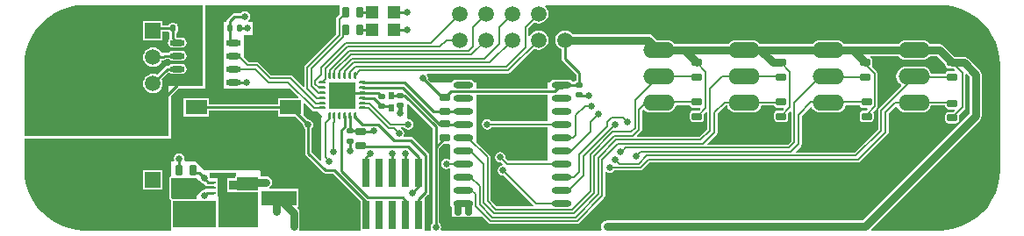
<source format=gtl>
G04 Layer_Physical_Order=1*
G04 Layer_Color=255*
%FSLAX23Y23*%
%MOIN*%
G70*
G01*
G75*
%ADD10R,0.083X0.065*%
%ADD11R,0.100X0.100*%
%ADD12O,0.010X0.030*%
%ADD13O,0.030X0.010*%
G04:AMPARAMS|DCode=14|XSize=22mil|YSize=24mil|CornerRadius=4mil|HoleSize=0mil|Usage=FLASHONLY|Rotation=90.000|XOffset=0mil|YOffset=0mil|HoleType=Round|Shape=RoundedRectangle|*
%AMROUNDEDRECTD14*
21,1,0.022,0.015,0,0,90.0*
21,1,0.013,0.024,0,0,90.0*
1,1,0.009,0.008,0.007*
1,1,0.009,0.008,-0.007*
1,1,0.009,-0.008,-0.007*
1,1,0.009,-0.008,0.007*
%
%ADD14ROUNDEDRECTD14*%
%ADD15R,0.024X0.031*%
G04:AMPARAMS|DCode=16|XSize=29mil|YSize=39mil|CornerRadius=6mil|HoleSize=0mil|Usage=FLASHONLY|Rotation=270.000|XOffset=0mil|YOffset=0mil|HoleType=Round|Shape=RoundedRectangle|*
%AMROUNDEDRECTD16*
21,1,0.029,0.028,0,0,270.0*
21,1,0.017,0.039,0,0,270.0*
1,1,0.012,-0.014,-0.009*
1,1,0.012,-0.014,0.009*
1,1,0.012,0.014,0.009*
1,1,0.012,0.014,-0.009*
%
%ADD16ROUNDEDRECTD16*%
%ADD17R,0.020X0.011*%
%ADD18R,0.035X0.063*%
G04:AMPARAMS|DCode=19|XSize=29mil|YSize=39mil|CornerRadius=6mil|HoleSize=0mil|Usage=FLASHONLY|Rotation=0.000|XOffset=0mil|YOffset=0mil|HoleType=Round|Shape=RoundedRectangle|*
%AMROUNDEDRECTD19*
21,1,0.029,0.028,0,0,0.0*
21,1,0.017,0.039,0,0,0.0*
1,1,0.012,0.009,-0.014*
1,1,0.012,-0.009,-0.014*
1,1,0.012,-0.009,0.014*
1,1,0.012,0.009,0.014*
%
%ADD19ROUNDEDRECTD19*%
%ADD20R,0.134X0.055*%
%ADD21R,0.067X0.043*%
G04:AMPARAMS|DCode=22|XSize=52mil|YSize=60mil|CornerRadius=13mil|HoleSize=0mil|Usage=FLASHONLY|Rotation=180.000|XOffset=0mil|YOffset=0mil|HoleType=Round|Shape=RoundedRectangle|*
%AMROUNDEDRECTD22*
21,1,0.052,0.034,0,0,180.0*
21,1,0.026,0.060,0,0,180.0*
1,1,0.026,-0.013,0.017*
1,1,0.026,0.013,0.017*
1,1,0.026,0.013,-0.017*
1,1,0.026,-0.013,-0.017*
%
%ADD22ROUNDEDRECTD22*%
%ADD23R,0.030X0.110*%
%ADD24R,0.083X0.055*%
%ADD25O,0.057X0.024*%
G04:AMPARAMS|DCode=26|XSize=22mil|YSize=24mil|CornerRadius=4mil|HoleSize=0mil|Usage=FLASHONLY|Rotation=0.000|XOffset=0mil|YOffset=0mil|HoleType=Round|Shape=RoundedRectangle|*
%AMROUNDEDRECTD26*
21,1,0.022,0.015,0,0,0.0*
21,1,0.013,0.024,0,0,0.0*
1,1,0.009,0.007,-0.008*
1,1,0.009,-0.007,-0.008*
1,1,0.009,-0.007,0.008*
1,1,0.009,0.007,0.008*
%
%ADD26ROUNDEDRECTD26*%
%ADD27O,0.075X0.024*%
%ADD28R,0.048X0.048*%
%ADD29C,0.030*%
%ADD30C,0.008*%
%ADD31C,0.010*%
%ADD32C,0.015*%
%ADD33C,0.025*%
%ADD34R,0.059X0.059*%
%ADD35C,0.059*%
%ADD36O,0.120X0.060*%
%ADD37C,0.197*%
%ADD38R,0.059X0.059*%
%ADD39C,0.025*%
%ADD40C,0.020*%
G36*
X250Y853D02*
X700D01*
Y640D01*
Y545D01*
X570D01*
Y355D01*
X22D01*
Y625D01*
X22Y626D01*
X24Y655D01*
X30Y684D01*
X39Y712D01*
X53Y739D01*
X69Y764D01*
X89Y786D01*
X111Y806D01*
X136Y822D01*
X163Y836D01*
X191Y845D01*
X220Y851D01*
X249Y853D01*
X250Y853D01*
D02*
G37*
G36*
X1115Y453D02*
X1119Y450D01*
X1123Y450D01*
X1123Y450D01*
X1135D01*
X1152Y432D01*
Y427D01*
X1150Y425D01*
Y264D01*
X1145Y262D01*
X1112Y295D01*
Y383D01*
X1114Y384D01*
X1118Y391D01*
X1120Y398D01*
X1118Y406D01*
X1114Y412D01*
X1108Y417D01*
X1100Y418D01*
X1098Y418D01*
X1082Y434D01*
Y480D01*
X1086Y482D01*
X1115Y453D01*
D02*
G37*
G36*
X3614Y579D02*
Y441D01*
X3208Y34D01*
X2235D01*
X2226Y33D01*
X2219Y28D01*
X2214Y21D01*
X2213Y12D01*
X2214Y3D01*
X2215Y2D01*
X2213Y-3D01*
X1605D01*
X1603Y2D01*
X1603Y2D01*
X1605Y10D01*
X1603Y18D01*
X1599Y24D01*
X1597Y25D01*
Y308D01*
X1615Y326D01*
X1634D01*
X1635Y327D01*
X1640Y323D01*
Y280D01*
Y269D01*
X1635Y267D01*
X1633Y268D01*
X1625Y270D01*
X1617Y268D01*
X1611Y264D01*
X1607Y258D01*
X1605Y250D01*
X1607Y242D01*
X1611Y236D01*
X1617Y232D01*
X1625Y230D01*
X1633Y232D01*
X1635Y233D01*
X1640Y231D01*
Y120D01*
Y90D01*
X1645Y85D01*
Y55D01*
Y50D01*
X1760D01*
X1778Y32D01*
X1778D01*
X1786Y24D01*
X1786Y24D01*
X1790Y22D01*
X1794Y21D01*
X1794Y21D01*
X2121D01*
X2121Y21D01*
X2125Y22D01*
X2129Y24D01*
X2224Y120D01*
X2224Y120D01*
X2227Y124D01*
X2228Y128D01*
X2228Y128D01*
Y219D01*
X2231Y220D01*
X2233Y221D01*
X2239Y217D01*
X2246Y215D01*
X2254Y217D01*
X2261Y221D01*
X2262Y224D01*
X2361D01*
X2361Y224D01*
X2366Y225D01*
X2369Y227D01*
X2397Y255D01*
X3189D01*
X3189Y255D01*
X3194Y255D01*
X3197Y258D01*
X3301Y362D01*
X3301Y362D01*
X3304Y365D01*
X3305Y370D01*
X3305Y370D01*
Y442D01*
X3332Y468D01*
X3337Y467D01*
X3339Y463D01*
X3345Y455D01*
X3353Y449D01*
X3362Y446D01*
X3371Y444D01*
X3431D01*
X3441Y446D01*
X3450Y449D01*
X3458Y455D01*
X3464Y463D01*
X3467Y471D01*
X3520D01*
Y470D01*
X3521Y465D01*
X3523Y461D01*
X3528Y458D01*
X3533Y457D01*
X3555D01*
X3557Y452D01*
X3552Y447D01*
X3533D01*
X3528Y446D01*
X3523Y443D01*
X3521Y439D01*
X3520Y434D01*
Y416D01*
X3521Y411D01*
X3523Y407D01*
X3528Y404D01*
X3533Y403D01*
X3560D01*
X3565Y404D01*
X3570Y407D01*
X3572Y411D01*
X3573Y416D01*
Y434D01*
X3573Y436D01*
X3593Y456D01*
X3593Y456D01*
X3596Y460D01*
X3597Y464D01*
X3597Y464D01*
Y589D01*
X3602Y592D01*
X3614Y579D01*
D02*
G37*
G36*
X1573Y386D02*
Y313D01*
Y25D01*
X1571Y24D01*
X1567Y18D01*
X1565Y10D01*
X1567Y2D01*
X1567Y2D01*
X1565Y-3D01*
X1542D01*
Y117D01*
X1542Y117D01*
X1542D01*
X1544Y121D01*
X1555Y133D01*
X1558Y137D01*
X1559Y142D01*
Y283D01*
X1558Y288D01*
X1555Y292D01*
X1499Y349D01*
X1495Y351D01*
X1490Y352D01*
X1465D01*
X1463Y357D01*
X1463Y357D01*
X1465Y365D01*
X1463Y373D01*
X1459Y379D01*
X1453Y383D01*
X1451Y384D01*
X1451Y389D01*
X1464D01*
X1466Y386D01*
X1472Y382D01*
X1480Y380D01*
X1488Y382D01*
X1494Y386D01*
X1498Y392D01*
X1500Y400D01*
X1498Y408D01*
X1494Y414D01*
X1488Y418D01*
X1480Y420D01*
X1480Y420D01*
X1475Y424D01*
Y477D01*
X1480Y479D01*
X1573Y386D01*
D02*
G37*
G36*
X825Y205D02*
X825Y205D01*
X823Y203D01*
X823Y200D01*
Y195D01*
X792D01*
Y143D01*
X829D01*
X829Y143D01*
X909D01*
Y110D01*
X910D01*
Y10D01*
X760D01*
Y125D01*
X755D01*
Y185D01*
Y194D01*
X725D01*
Y215D01*
X825D01*
Y205D01*
D02*
G37*
G36*
X750Y10D02*
X585D01*
Y110D01*
X750D01*
Y10D01*
D02*
G37*
G36*
X680Y191D02*
Y190D01*
X685Y185D01*
X691Y181D01*
X691Y181D01*
X697Y177D01*
X698Y177D01*
X712Y167D01*
X717Y165D01*
X741Y165D01*
X746Y161D01*
Y159D01*
X741Y155D01*
X712Y155D01*
X691Y146D01*
X675Y130D01*
X675Y117D01*
X585D01*
X580Y121D01*
Y195D01*
X676Y195D01*
X680Y191D01*
D02*
G37*
G36*
X910Y180D02*
X909D01*
Y150D01*
X829D01*
Y153D01*
X800D01*
Y187D01*
X829D01*
Y190D01*
X830D01*
Y200D01*
X910D01*
Y180D01*
D02*
G37*
G36*
X2010Y411D02*
X1796D01*
X1794Y414D01*
X1788Y418D01*
X1780Y420D01*
X1772Y418D01*
X1766Y414D01*
X1762Y408D01*
X1760Y400D01*
X1762Y392D01*
X1766Y386D01*
X1772Y382D01*
X1780Y380D01*
X1788Y382D01*
X1794Y386D01*
X1796Y389D01*
X2010D01*
Y261D01*
X1860D01*
X1849Y272D01*
X1850Y275D01*
X1848Y283D01*
X1844Y289D01*
X1838Y293D01*
X1830Y295D01*
X1822Y293D01*
X1816Y289D01*
X1812Y283D01*
X1810Y275D01*
X1812Y267D01*
X1816Y261D01*
X1822Y257D01*
X1830Y255D01*
X1833Y256D01*
X1839Y250D01*
X1838Y244D01*
X1832Y243D01*
X1826Y239D01*
X1822Y233D01*
X1820Y225D01*
X1822Y217D01*
X1826Y211D01*
X1832Y207D01*
X1840Y205D01*
X1843Y206D01*
X1956Y93D01*
X1954Y88D01*
X1817D01*
X1793Y113D01*
Y274D01*
X1793Y274D01*
X1792Y278D01*
X1789Y282D01*
X1740Y331D01*
Y513D01*
X2010D01*
Y411D01*
D02*
G37*
G36*
X3530Y851D02*
X3559Y845D01*
X3587Y836D01*
X3614Y822D01*
X3639Y806D01*
X3661Y786D01*
X3681Y764D01*
X3697Y739D01*
X3711Y712D01*
X3720Y684D01*
X3726Y655D01*
X3728Y626D01*
X3728Y625D01*
Y225D01*
X3728Y224D01*
X3726Y195D01*
X3720Y166D01*
X3711Y138D01*
X3697Y111D01*
X3681Y86D01*
X3661Y64D01*
X3639Y44D01*
X3614Y28D01*
X3587Y14D01*
X3559Y5D01*
X3530Y-1D01*
X3501Y-3D01*
X3500Y-3D01*
X3240D01*
X3239Y2D01*
X3652Y416D01*
X3657Y423D01*
X3659Y431D01*
Y589D01*
X3657Y597D01*
X3652Y604D01*
X3607Y649D01*
X3600Y654D01*
X3591Y656D01*
X3556D01*
X3514Y698D01*
X3507Y702D01*
X3498Y704D01*
X3461D01*
X3458Y708D01*
X3450Y714D01*
X3441Y718D01*
X3431Y719D01*
X3371D01*
X3362Y718D01*
X3353Y714D01*
X3345Y708D01*
X3342Y704D01*
X3136D01*
X3133Y708D01*
X3125Y714D01*
X3116Y718D01*
X3106Y719D01*
X3046D01*
X3037Y718D01*
X3028Y714D01*
X3020Y708D01*
X3017Y704D01*
X2816D01*
X2813Y708D01*
X2805Y714D01*
X2796Y718D01*
X2786Y719D01*
X2726D01*
X2717Y718D01*
X2708Y714D01*
X2700Y708D01*
X2697Y704D01*
X2491D01*
X2488Y708D01*
X2480Y714D01*
X2471Y718D01*
X2461Y719D01*
X2426D01*
X2409Y736D01*
X2402Y741D01*
X2393Y742D01*
X2104D01*
X2101Y746D01*
X2093Y752D01*
X2085Y756D01*
X2075Y757D01*
X2065Y756D01*
X2057Y752D01*
X2049Y746D01*
X2043Y738D01*
X2039Y730D01*
X2038Y720D01*
X2039Y710D01*
X2043Y702D01*
X2049Y694D01*
X2057Y688D01*
X2063Y686D01*
Y650D01*
X2064Y645D01*
X2066Y641D01*
X2118Y590D01*
Y566D01*
X2114Y564D01*
X2112Y561D01*
X2103D01*
X2101Y564D01*
X2095Y568D01*
X2088Y569D01*
X2036D01*
X2029Y568D01*
X2023Y564D01*
X2020Y560D01*
X2010D01*
Y537D01*
X1740D01*
Y560D01*
X1730D01*
X1727Y564D01*
X1721Y568D01*
X1714Y569D01*
X1662D01*
X1655Y568D01*
X1649Y564D01*
X1646Y560D01*
X1567D01*
X1554Y573D01*
X1555Y575D01*
X1553Y583D01*
X1550Y588D01*
X1551Y593D01*
X1859D01*
X1859Y593D01*
X1864Y594D01*
X1867Y597D01*
X1958Y687D01*
X1965Y684D01*
X1975Y683D01*
X1985Y684D01*
X1993Y688D01*
X2001Y694D01*
X2007Y702D01*
X2011Y710D01*
X2012Y720D01*
X2011Y730D01*
X2007Y738D01*
X2001Y746D01*
X1993Y752D01*
X1985Y756D01*
X1975Y757D01*
X1965Y756D01*
X1957Y752D01*
X1949Y746D01*
X1943Y738D01*
X1941Y734D01*
X1936Y735D01*
Y765D01*
X1958Y787D01*
X1965Y784D01*
X1975Y783D01*
X1985Y784D01*
X1993Y788D01*
X2001Y794D01*
X2007Y802D01*
X2011Y810D01*
X2012Y820D01*
X2011Y830D01*
X2007Y838D01*
X2001Y846D01*
X1999Y848D01*
X2001Y853D01*
X3500D01*
X3501Y853D01*
X3530Y851D01*
D02*
G37*
G36*
X3520Y629D02*
Y625D01*
X3521Y620D01*
X3523Y616D01*
X3528Y613D01*
X3533Y612D01*
X3543D01*
X3546Y611D01*
X3553D01*
X3557Y607D01*
X3555Y602D01*
X3533D01*
X3528Y601D01*
X3523Y598D01*
X3521Y594D01*
X3520Y591D01*
X3468D01*
X3468Y591D01*
X3464Y600D01*
X3458Y608D01*
X3450Y614D01*
X3441Y618D01*
X3431Y619D01*
X3371D01*
X3362Y618D01*
X3353Y614D01*
X3345Y608D01*
X3339Y600D01*
X3335Y591D01*
X3334Y582D01*
X3335Y572D01*
X3339Y563D01*
X3345Y555D01*
X3351Y551D01*
X3352Y545D01*
X3269Y461D01*
X3266Y458D01*
X3265Y453D01*
X3265Y453D01*
Y381D01*
X3176Y292D01*
X2953D01*
X2951Y297D01*
X2971Y317D01*
X2971Y317D01*
X2974Y320D01*
X2975Y325D01*
X2975Y325D01*
Y432D01*
X3008Y466D01*
X3013Y465D01*
X3014Y463D01*
X3020Y455D01*
X3028Y449D01*
X3037Y446D01*
X3046Y444D01*
X3106D01*
X3116Y446D01*
X3125Y449D01*
X3133Y455D01*
X3139Y463D01*
X3143Y472D01*
X3143Y472D01*
X3195D01*
X3196Y470D01*
X3198Y466D01*
X3203Y463D01*
X3208Y462D01*
X3224D01*
X3226Y457D01*
X3220Y452D01*
X3208D01*
X3203Y451D01*
X3198Y448D01*
X3196Y444D01*
X3195Y439D01*
Y421D01*
X3196Y416D01*
X3198Y412D01*
X3203Y409D01*
X3208Y408D01*
X3235D01*
X3240Y409D01*
X3245Y412D01*
X3247Y416D01*
X3248Y421D01*
Y439D01*
X3247Y444D01*
X3246Y446D01*
X3260Y460D01*
X3260Y460D01*
X3262Y464D01*
X3263Y468D01*
X3263Y468D01*
Y592D01*
X3263Y592D01*
X3262Y597D01*
X3260Y600D01*
X3242Y619D01*
X3242Y620D01*
X3243Y625D01*
Y642D01*
X3242Y647D01*
X3240Y652D01*
X3235Y654D01*
X3236Y659D01*
X3342D01*
X3345Y655D01*
X3353Y649D01*
X3362Y646D01*
X3371Y644D01*
X3431D01*
X3441Y646D01*
X3450Y649D01*
X3458Y655D01*
X3461Y659D01*
X3489D01*
X3520Y629D01*
D02*
G37*
G36*
X1220Y818D02*
X1210Y807D01*
X1207Y804D01*
X1206Y799D01*
X1206Y799D01*
Y742D01*
X1090Y625D01*
X1087Y622D01*
X1086Y617D01*
X1086Y617D01*
Y544D01*
X1082Y542D01*
X1041Y583D01*
X1037Y585D01*
X1033Y586D01*
X1033Y586D01*
X960D01*
X913Y633D01*
X909Y635D01*
X905Y636D01*
X905Y636D01*
X875D01*
X855Y656D01*
Y665D01*
Y740D01*
X890D01*
Y790D01*
X874D01*
X873Y795D01*
X874Y796D01*
X878Y802D01*
X880Y810D01*
X878Y818D01*
X874Y824D01*
X868Y828D01*
X860Y830D01*
X852Y828D01*
X846Y824D01*
X845Y822D01*
X820D01*
X815Y821D01*
X811Y819D01*
X793Y800D01*
X790Y796D01*
X789Y791D01*
Y790D01*
X780D01*
Y535D01*
X1033Y535D01*
X1064Y504D01*
X1062Y500D01*
X985D01*
Y477D01*
X723D01*
Y500D01*
X627D01*
Y430D01*
X723D01*
Y453D01*
X985D01*
Y430D01*
X1051D01*
X1081Y400D01*
X1080Y398D01*
X1082Y391D01*
X1086Y384D01*
X1088Y383D01*
Y290D01*
X1089Y285D01*
X1091Y281D01*
X1156Y216D01*
X1160Y214D01*
X1165Y213D01*
X1194D01*
X1298Y108D01*
Y-3D01*
X1067D01*
X1065Y2D01*
X1066Y3D01*
X1067Y12D01*
Y63D01*
X1066Y71D01*
X1061Y78D01*
X1059Y81D01*
X1060Y85D01*
X1062D01*
Y155D01*
X952D01*
X952Y155D01*
X953Y162D01*
X956Y164D01*
X961Y171D01*
X962Y180D01*
X961Y189D01*
X956Y196D01*
X949Y201D01*
X940Y202D01*
X920D01*
Y220D01*
X915Y225D01*
X810D01*
X705Y225D01*
X670Y260D01*
X632Y260D01*
X629Y265D01*
X630Y270D01*
X628Y278D01*
X624Y284D01*
X618Y288D01*
X610Y290D01*
X602Y288D01*
X596Y284D01*
X592Y278D01*
X590Y270D01*
X591Y265D01*
X588Y260D01*
X580D01*
Y202D01*
X577Y202D01*
X575Y200D01*
X573Y198D01*
X573Y195D01*
Y121D01*
X573Y120D01*
X573Y119D01*
X573Y119D01*
X573Y118D01*
X574Y117D01*
X574Y117D01*
X575Y116D01*
X575Y116D01*
X575Y115D01*
X576Y115D01*
X579Y113D01*
X578Y113D01*
X578Y110D01*
Y10D01*
X578Y7D01*
X580Y5D01*
X580Y5D01*
Y-3D01*
X250D01*
X249Y-3D01*
X220Y-1D01*
X191Y5D01*
X163Y14D01*
X136Y28D01*
X111Y44D01*
X89Y64D01*
X69Y86D01*
X53Y111D01*
X39Y138D01*
X30Y166D01*
X24Y195D01*
X22Y224D01*
X22Y225D01*
Y345D01*
X580D01*
Y508D01*
X607Y535D01*
X710Y535D01*
Y853D01*
X1220D01*
Y818D01*
D02*
G37*
G36*
X2551Y470D02*
X2553Y466D01*
X2558Y463D01*
X2563Y462D01*
X2588D01*
X2590Y457D01*
X2585Y452D01*
X2563D01*
X2558Y451D01*
X2553Y448D01*
X2551Y444D01*
X2550Y439D01*
Y421D01*
X2551Y416D01*
X2553Y412D01*
X2558Y409D01*
X2563Y408D01*
X2590D01*
X2595Y409D01*
X2600Y412D01*
X2602Y416D01*
X2603Y421D01*
Y439D01*
X2603Y439D01*
X2611Y446D01*
X2615Y444D01*
Y381D01*
X2586Y352D01*
X2352D01*
X2350Y357D01*
X2364Y371D01*
X2364Y371D01*
X2367Y374D01*
X2368Y379D01*
X2368Y379D01*
Y450D01*
X2373Y456D01*
X2375Y455D01*
X2383Y449D01*
X2392Y446D01*
X2401Y444D01*
X2461D01*
X2471Y446D01*
X2480Y449D01*
X2488Y455D01*
X2494Y463D01*
X2498Y472D01*
X2498Y472D01*
X2550D01*
X2551Y470D01*
D02*
G37*
G36*
X2871D02*
X2873Y466D01*
X2878Y463D01*
X2883Y462D01*
X2905D01*
X2907Y457D01*
X2902Y452D01*
X2883D01*
X2878Y451D01*
X2873Y448D01*
X2871Y444D01*
X2870Y439D01*
Y421D01*
X2871Y416D01*
X2873Y412D01*
X2878Y409D01*
X2883Y408D01*
X2910D01*
X2915Y409D01*
X2920Y412D01*
X2922Y416D01*
X2923Y421D01*
Y439D01*
X2923Y441D01*
X2931Y448D01*
X2935Y446D01*
Y336D01*
X2921Y322D01*
X2618D01*
X2616Y327D01*
X2651Y362D01*
X2651Y362D01*
X2654Y365D01*
X2655Y370D01*
X2655Y370D01*
Y439D01*
X2686Y471D01*
X2691D01*
X2694Y463D01*
X2700Y455D01*
X2708Y449D01*
X2717Y446D01*
X2726Y444D01*
X2786D01*
X2796Y446D01*
X2805Y449D01*
X2813Y455D01*
X2819Y463D01*
X2822Y471D01*
X2870D01*
X2871Y470D01*
D02*
G37*
%LPC*%
G36*
X547Y792D02*
X473D01*
Y718D01*
X547D01*
Y753D01*
X569D01*
X571Y749D01*
X574Y747D01*
Y726D01*
X574Y725D01*
X572Y724D01*
X568Y717D01*
X567Y710D01*
X568Y703D01*
X572Y696D01*
X579Y692D01*
X586Y691D01*
X619D01*
X627Y692D01*
X633Y696D01*
X637Y703D01*
X639Y710D01*
X637Y717D01*
X633Y724D01*
X627Y728D01*
X619Y729D01*
X601D01*
X599Y731D01*
Y747D01*
X601Y749D01*
X604Y753D01*
X605Y757D01*
Y773D01*
X604Y777D01*
X601Y781D01*
X597Y783D01*
X593Y784D01*
X580D01*
X575Y783D01*
X571Y781D01*
X569Y777D01*
X547D01*
Y792D01*
D02*
G37*
G36*
X619Y629D02*
X586D01*
X579Y628D01*
X572Y624D01*
X572Y622D01*
X565D01*
X560Y621D01*
X556Y619D01*
X526Y588D01*
X520Y591D01*
X510Y592D01*
X500Y591D01*
X492Y587D01*
X484Y581D01*
X478Y573D01*
X474Y565D01*
X473Y555D01*
X474Y545D01*
X478Y537D01*
X484Y529D01*
X492Y523D01*
X500Y519D01*
X510Y518D01*
X520Y519D01*
X528Y523D01*
X536Y529D01*
X542Y537D01*
X546Y545D01*
X547Y555D01*
X546Y565D01*
X543Y571D01*
X567Y595D01*
X572Y596D01*
X579Y592D01*
X586Y591D01*
X619D01*
X627Y592D01*
X633Y596D01*
X637Y603D01*
X639Y610D01*
X637Y617D01*
X633Y624D01*
X627Y628D01*
X619Y629D01*
D02*
G37*
G36*
X510Y692D02*
X500Y691D01*
X492Y687D01*
X484Y681D01*
X478Y673D01*
X474Y665D01*
X473Y655D01*
X474Y645D01*
X478Y637D01*
X484Y629D01*
X492Y623D01*
X500Y619D01*
X510Y618D01*
X520Y619D01*
X528Y623D01*
X536Y629D01*
X542Y637D01*
X544Y643D01*
X550D01*
X555Y644D01*
X559Y646D01*
X560Y648D01*
X572D01*
X572Y646D01*
X579Y642D01*
X586Y641D01*
X619D01*
X627Y642D01*
X633Y646D01*
X637Y653D01*
X639Y660D01*
X637Y667D01*
X633Y674D01*
X627Y678D01*
X619Y679D01*
X586D01*
X579Y678D01*
X572Y674D01*
X572Y672D01*
X555D01*
X550Y671D01*
X549Y670D01*
X543Y671D01*
X543Y672D01*
X542Y673D01*
X536Y681D01*
X528Y687D01*
X520Y691D01*
X510Y692D01*
D02*
G37*
G36*
X547Y227D02*
X473D01*
Y153D01*
X547D01*
Y227D01*
D02*
G37*
%LPD*%
D10*
X630Y70D02*
D03*
Y150D02*
D03*
D11*
X1230Y510D02*
D03*
D12*
X1279Y433D02*
D03*
X1260D02*
D03*
X1240D02*
D03*
X1220D02*
D03*
X1200D02*
D03*
X1181D02*
D03*
X1181Y587D02*
D03*
X1200D02*
D03*
X1220D02*
D03*
X1240D02*
D03*
X1260D02*
D03*
X1279D02*
D03*
D13*
X1153Y461D02*
D03*
Y480D02*
D03*
Y500D02*
D03*
Y520D02*
D03*
Y540D02*
D03*
Y559D02*
D03*
X1307Y559D02*
D03*
Y540D02*
D03*
Y520D02*
D03*
Y500D02*
D03*
Y480D02*
D03*
Y461D02*
D03*
D14*
X1380Y468D02*
D03*
Y505D02*
D03*
X1450Y509D02*
D03*
Y471D02*
D03*
X1260Y374D02*
D03*
Y336D02*
D03*
X2130Y549D02*
D03*
Y511D02*
D03*
D15*
X1415Y461D02*
D03*
Y509D02*
D03*
D16*
X1300Y372D02*
D03*
Y318D02*
D03*
X1620Y502D02*
D03*
Y448D02*
D03*
X2576Y430D02*
D03*
Y484D02*
D03*
X2896Y430D02*
D03*
Y484D02*
D03*
X2896Y634D02*
D03*
Y580D02*
D03*
X3546Y425D02*
D03*
Y479D02*
D03*
X3221Y430D02*
D03*
Y484D02*
D03*
X1620Y348D02*
D03*
Y402D02*
D03*
X2576Y634D02*
D03*
Y580D02*
D03*
X3216Y634D02*
D03*
Y580D02*
D03*
X3546Y634D02*
D03*
Y580D02*
D03*
D17*
X812Y140D02*
D03*
Y160D02*
D03*
Y180D02*
D03*
Y200D02*
D03*
X738D02*
D03*
Y180D02*
D03*
Y160D02*
D03*
Y140D02*
D03*
D18*
X775Y170D02*
D03*
D19*
X608Y225D02*
D03*
X662D02*
D03*
X1243Y760D02*
D03*
X1297D02*
D03*
X1243Y825D02*
D03*
X1297D02*
D03*
D20*
X1192Y120D02*
D03*
X988D02*
D03*
D21*
X870Y73D02*
D03*
Y177D02*
D03*
D22*
X722Y80D02*
D03*
X797D02*
D03*
D23*
X1320Y55D02*
D03*
Y215D02*
D03*
X1370Y55D02*
D03*
Y215D02*
D03*
X1420Y55D02*
D03*
Y215D02*
D03*
X1470Y55D02*
D03*
Y215D02*
D03*
X1520Y55D02*
D03*
Y215D02*
D03*
D24*
X1033Y465D02*
D03*
Y288D02*
D03*
X675D02*
D03*
Y465D02*
D03*
D25*
X817Y560D02*
D03*
Y610D02*
D03*
Y660D02*
D03*
Y710D02*
D03*
X603Y560D02*
D03*
Y610D02*
D03*
Y660D02*
D03*
Y710D02*
D03*
D26*
X586Y765D02*
D03*
X624D02*
D03*
X801D02*
D03*
X839D02*
D03*
D27*
X2062Y100D02*
D03*
Y150D02*
D03*
Y200D02*
D03*
Y250D02*
D03*
Y300D02*
D03*
Y350D02*
D03*
Y400D02*
D03*
Y450D02*
D03*
Y500D02*
D03*
Y550D02*
D03*
X1688Y100D02*
D03*
Y150D02*
D03*
Y200D02*
D03*
Y250D02*
D03*
Y300D02*
D03*
Y350D02*
D03*
Y400D02*
D03*
Y450D02*
D03*
Y500D02*
D03*
Y550D02*
D03*
D28*
X1344Y760D02*
D03*
X1427D02*
D03*
X1344Y825D02*
D03*
X1427D02*
D03*
D29*
X1150Y120D02*
Y170D01*
X3498Y682D02*
X3546Y634D01*
X2528Y682D02*
X2576Y634D01*
X3168Y682D02*
X3216Y634D01*
X3401Y682D02*
X3498D01*
X2816D02*
X2865Y634D01*
X2896D01*
X2431Y682D02*
X2528D01*
X2756D01*
X2816D01*
X3076D01*
X3168D01*
X3401D01*
X980Y70D02*
Y112D01*
X988Y120D01*
X1045Y12D02*
Y63D01*
X988Y120D02*
X1045Y63D01*
X1190Y120D02*
Y170D01*
X873Y180D02*
X940D01*
X870Y177D02*
X873Y180D01*
X2393Y720D02*
X2431Y682D01*
X2075Y720D02*
X2393D01*
X3217Y12D02*
X3636Y431D01*
X2235Y12D02*
X3217D01*
X3546Y634D02*
X3591D01*
X3636Y589D01*
Y431D02*
Y589D01*
D30*
X2171Y410D02*
X2201Y440D01*
X2341Y492D02*
X2431Y582D01*
X2575D01*
X2576Y580D01*
X2433Y484D02*
X2576D01*
X2431Y482D02*
X2433Y484D01*
X2671Y582D02*
X2756D01*
X2626Y537D02*
X2671Y582D01*
X2626Y377D02*
Y537D01*
X2643Y370D02*
Y444D01*
X2681Y482D01*
X2756D01*
X2895D01*
X2896Y484D01*
X2756Y582D02*
X2895D01*
X2896Y580D01*
X3076Y582D02*
X3078Y580D01*
X3216D01*
X3046Y582D02*
X3076D01*
X2946Y482D02*
X3046Y582D01*
X2946Y332D02*
Y482D01*
X3010Y484D02*
X3221D01*
X2963Y437D02*
X3010Y484D01*
X2963Y325D02*
Y437D01*
X3403Y580D02*
X3546D01*
X3276Y377D02*
Y453D01*
X3403Y580D01*
X3329Y482D02*
X3401D01*
X3293Y446D02*
X3329Y482D01*
X3293Y370D02*
Y446D01*
X2576Y430D02*
X2579D01*
X2610Y462D01*
Y600D01*
X2576Y634D02*
X2610Y600D01*
X2896Y430D02*
X2930Y464D01*
Y600D01*
X2896Y634D02*
X2930Y600D01*
X3221Y430D02*
Y437D01*
X3252Y468D01*
Y592D01*
X3216Y628D02*
X3252Y592D01*
X3216Y628D02*
Y634D01*
X3546Y425D02*
X3585Y464D01*
Y595D01*
X3546Y634D02*
X3585Y595D01*
X3401Y482D02*
X3543D01*
X3546Y479D01*
X1153Y559D02*
X1165Y571D01*
X2590Y341D02*
X2626Y377D01*
X2599Y326D02*
X2643Y370D01*
X2925Y311D02*
X2946Y332D01*
X2306Y311D02*
X2925D01*
X3189Y266D02*
X3293Y370D01*
X3180Y281D02*
X3276Y377D01*
X2934Y296D02*
X2963Y325D01*
X2327Y371D02*
X2341Y385D01*
Y492D01*
X2333Y356D02*
X2356Y379D01*
Y455D01*
X2383Y482D01*
X2431D01*
X2291Y295D02*
X2306Y311D01*
X2296Y425D02*
X2311Y410D01*
X2286Y295D02*
X2291D01*
X2362Y296D02*
X2934D01*
X2346Y280D02*
X2362Y296D01*
X2266Y265D02*
X2281Y250D01*
X2246Y235D02*
X2361D01*
X2392Y266D01*
X3189D01*
X2281Y250D02*
X2355D01*
X2386Y281D01*
X3180D01*
X1840Y225D02*
X1965Y100D01*
X2062D01*
Y350D02*
X2105D01*
X2115Y360D01*
X2151Y470D02*
X2176D01*
X2216Y267D02*
X2275Y326D01*
X2599D01*
X2201Y273D02*
X2269Y341D01*
X2590D01*
X2186Y279D02*
X2263Y356D01*
X2333D01*
X2171Y286D02*
X2257Y371D01*
X2327D01*
X2085Y145D02*
Y147D01*
X2236Y393D02*
Y410D01*
X2251Y425D01*
X2296D01*
X1830Y275D02*
X1855Y250D01*
X2062D01*
X1780Y400D02*
X2062D01*
X1688Y150D02*
X1720D01*
X1688Y200D02*
X1715D01*
X1781Y109D02*
Y274D01*
X1766Y102D02*
Y249D01*
X1715Y300D02*
X1766Y249D01*
X1751Y96D02*
Y164D01*
X1715Y200D02*
X1751Y164D01*
X1736Y90D02*
Y90D01*
X1736Y91D01*
Y134D01*
X1720Y150D02*
X1736Y134D01*
X1705Y350D02*
X1781Y274D01*
X1725Y770D02*
X1775Y820D01*
X1725Y695D02*
Y770D01*
X1825Y705D02*
Y770D01*
X1875Y820D01*
X1925Y770D02*
X1975Y820D01*
X1625Y720D02*
X1675D01*
X1625Y250D02*
X1688D01*
X1307Y461D02*
X1329D01*
X1405Y385D01*
X1307Y480D02*
X1331D01*
X1411Y400D01*
X1123Y461D02*
X1153D01*
X1141Y540D02*
X1153D01*
X1138Y520D02*
X1153D01*
X1128Y480D02*
X1153D01*
X1218Y799D02*
X1243Y825D01*
X1218Y738D02*
Y799D01*
X1233Y731D02*
Y749D01*
X1243Y760D01*
X1127Y553D02*
X1141Y540D01*
X1097Y535D02*
Y617D01*
X1112Y545D02*
X1138Y520D01*
X1112Y545D02*
Y611D01*
X1233Y731D01*
X1127Y553D02*
Y567D01*
X1150Y590D01*
X1097Y617D02*
X1218Y738D01*
X1097Y535D02*
X1132Y500D01*
X1153D01*
X1165Y571D02*
Y611D01*
X1181Y587D02*
Y606D01*
X1200Y587D02*
Y604D01*
X1220Y587D02*
Y603D01*
X1240Y587D02*
Y601D01*
X1260Y587D02*
Y599D01*
X1150Y590D02*
Y617D01*
X1789Y634D02*
X1875Y720D01*
X1769Y649D02*
X1825Y705D01*
X1719Y664D02*
X1775Y720D01*
X1709Y679D02*
X1725Y695D01*
X1279Y587D02*
X1297Y604D01*
X1260Y599D02*
X1280Y619D01*
X1240Y601D02*
X1273Y634D01*
X1789D01*
X1220Y603D02*
X1267Y649D01*
X1769D01*
X1200Y604D02*
X1261Y664D01*
X1719D01*
X1181Y606D02*
X1255Y679D01*
X1709D01*
X1165Y611D02*
X1249Y695D01*
X1600D01*
X1625Y720D01*
X1150Y617D02*
X1243Y710D01*
X1565D01*
X1675Y820D01*
X1297Y604D02*
X1859D01*
X1975Y720D01*
X1280Y619D02*
X1853D01*
X1925Y691D01*
Y770D01*
X1405Y385D02*
X1425D01*
X1445Y365D01*
X1411Y400D02*
X1480D01*
X1794Y32D02*
X2121D01*
X1751Y96D02*
X1800Y47D01*
X2115D01*
X1766Y102D02*
X1807Y62D01*
X2108D01*
X1781Y109D02*
X1813Y77D01*
X2102D01*
X1736Y90D02*
X1794Y32D01*
X1181Y421D02*
Y433D01*
X1165Y405D02*
X1181Y421D01*
X1165Y275D02*
Y405D01*
Y275D02*
X1180Y260D01*
X1195Y295D02*
Y405D01*
X1200Y410D01*
Y433D01*
X1024Y560D02*
X1123Y461D01*
X1033Y575D02*
X1128Y480D01*
X955Y575D02*
X1033D01*
X817Y610D02*
X899D01*
X949Y560D01*
X1024D01*
X835Y660D02*
X870Y625D01*
X905D01*
X955Y575D01*
X2145Y280D02*
X2265Y400D01*
X2145Y205D02*
Y280D01*
X2085Y145D02*
X2145Y205D01*
X2062Y200D02*
X2110D01*
X2130Y220D01*
Y287D01*
X2236Y393D01*
X2062Y300D02*
X2100D01*
X2171Y371D01*
Y410D01*
X2115Y434D02*
X2151Y470D01*
X2115Y360D02*
Y434D01*
X2171Y146D02*
Y286D01*
X2102Y77D02*
X2171Y146D01*
X2186Y140D02*
Y279D01*
X2108Y62D02*
X2186Y140D01*
X2115Y47D02*
X2201Y134D01*
Y273D01*
X2216Y128D02*
Y267D01*
X2121Y32D02*
X2216Y128D01*
D31*
X610Y227D02*
Y270D01*
X705Y130D02*
X715Y140D01*
X738D01*
X672Y215D02*
X685D01*
X705Y195D01*
X720Y180D01*
X738D01*
X1380Y468D02*
X1409D01*
X1415Y509D02*
X1450D01*
X1307Y500D02*
X1348D01*
X1380Y468D01*
X1307Y520D02*
X1366D01*
X1380Y505D01*
X1260Y381D02*
Y433D01*
X675Y465D02*
X1033D01*
X1307Y540D02*
X1460D01*
X1600Y400D01*
X555Y660D02*
X603D01*
X550Y655D02*
X555Y660D01*
X510Y655D02*
X550D01*
X565Y610D02*
X603D01*
X510Y555D02*
X565Y610D01*
X603Y548D02*
Y560D01*
X510Y455D02*
X603Y548D01*
X520Y765D02*
X586D01*
X510Y755D02*
X520Y765D01*
X586Y726D02*
Y765D01*
Y726D02*
X603Y710D01*
X801Y726D02*
Y765D01*
Y726D02*
X817Y710D01*
X1470Y55D02*
Y110D01*
X1458Y122D02*
X1470Y110D01*
X1240Y391D02*
Y433D01*
X1165Y225D02*
X1199D01*
X1100Y290D02*
X1165Y225D01*
X1100Y290D02*
Y398D01*
X1033Y465D02*
X1100Y398D01*
X1279Y426D02*
Y433D01*
Y426D02*
X1305Y400D01*
X1520Y115D02*
X1547Y142D01*
X1520Y55D02*
Y115D01*
X1305Y400D02*
X1367D01*
X1600D02*
X1688D01*
X1307Y559D02*
X1466D01*
X1575Y450D01*
X1688D01*
X1297Y825D02*
X1344D01*
X1297Y760D02*
X1344D01*
X1427D02*
X1475D01*
X1427Y825D02*
X1475D01*
X1230Y510D02*
X1240Y520D01*
X1307D01*
X1547Y142D02*
Y283D01*
X1450Y509D02*
X1467D01*
X1585Y391D01*
X1300Y372D02*
X1347D01*
X1350Y375D01*
X1260Y374D02*
X1298D01*
X1300Y372D01*
X675Y288D02*
Y345D01*
X1035Y290D02*
Y335D01*
X1033Y288D02*
X1035Y290D01*
X1495Y140D02*
X1520Y165D01*
Y215D01*
X1367Y400D02*
X1427Y340D01*
X1490D01*
X1547Y283D01*
X1520Y215D02*
Y275D01*
X1480Y315D02*
X1520Y275D01*
X1303Y315D02*
X1480D01*
X1300Y318D02*
X1303Y315D01*
X1225Y223D02*
Y376D01*
X1240Y391D01*
X1260Y300D02*
Y336D01*
X1585Y313D02*
X1620Y348D01*
X1585Y10D02*
Y313D01*
Y391D01*
X1620Y502D02*
X1643Y525D01*
X2037D01*
X2075Y549D02*
X2130D01*
X2050Y538D02*
X2064D01*
X2075Y549D01*
X2037Y525D02*
X2050Y538D01*
X2075Y650D02*
Y720D01*
Y650D02*
X2130Y595D01*
Y549D02*
Y595D01*
X2131Y510D02*
X2165D01*
X2130Y511D02*
X2131Y510D01*
X1150Y120D02*
X1192D01*
X817Y560D02*
X865D01*
X817Y660D02*
X835D01*
X1608Y502D02*
X1620D01*
X1535Y575D02*
X1608Y502D01*
X801Y765D02*
Y791D01*
X820Y810D01*
X860D01*
X839Y765D02*
X870D01*
X625Y766D02*
Y795D01*
X624Y765D02*
X625Y766D01*
X1320Y215D02*
Y275D01*
X1335Y290D01*
X1420Y215D02*
Y290D01*
X1470Y215D02*
Y290D01*
X1225Y223D02*
X1326Y122D01*
X1458D01*
X1199Y225D02*
X1325Y99D01*
Y55D02*
Y99D01*
D32*
X1450Y443D02*
Y471D01*
D33*
X1670Y67D02*
Y95D01*
X1710Y67D02*
Y95D01*
D34*
X510Y190D02*
D03*
Y755D02*
D03*
D35*
Y90D02*
D03*
X2075Y720D02*
D03*
X1975Y820D02*
D03*
Y720D02*
D03*
X1875Y820D02*
D03*
Y720D02*
D03*
X1775Y820D02*
D03*
Y720D02*
D03*
X1675Y820D02*
D03*
Y720D02*
D03*
X510Y455D02*
D03*
Y655D02*
D03*
Y555D02*
D03*
D36*
X2756Y382D02*
D03*
Y482D02*
D03*
Y582D02*
D03*
Y682D02*
D03*
X3076Y382D02*
D03*
Y482D02*
D03*
Y582D02*
D03*
Y682D02*
D03*
X3401Y382D02*
D03*
Y482D02*
D03*
Y582D02*
D03*
Y682D02*
D03*
X2431Y382D02*
D03*
Y482D02*
D03*
Y582D02*
D03*
Y682D02*
D03*
D37*
X1000Y700D02*
D03*
X3575Y165D02*
D03*
D38*
X2075Y820D02*
D03*
D39*
X510Y835D02*
D03*
X425D02*
D03*
X345D02*
D03*
X270D02*
D03*
X195Y820D02*
D03*
X115Y770D02*
D03*
X70Y695D02*
D03*
X55Y600D02*
D03*
Y525D02*
D03*
Y455D02*
D03*
Y380D02*
D03*
X140D02*
D03*
X220D02*
D03*
X295D02*
D03*
X370D02*
D03*
X445D02*
D03*
X515D02*
D03*
X3150Y85D02*
D03*
X3075D02*
D03*
X3150Y160D02*
D03*
X3075D02*
D03*
X3000Y85D02*
D03*
Y160D02*
D03*
X2925Y85D02*
D03*
Y160D02*
D03*
X2850Y85D02*
D03*
Y160D02*
D03*
X2475Y85D02*
D03*
X2550D02*
D03*
X2625D02*
D03*
X2780D02*
D03*
X2700D02*
D03*
X2775Y160D02*
D03*
X2700D02*
D03*
X2625D02*
D03*
X2550D02*
D03*
X2475D02*
D03*
Y235D02*
D03*
X2550D02*
D03*
X2625D02*
D03*
X2700D02*
D03*
X2775D02*
D03*
X2850D02*
D03*
X2925D02*
D03*
X3000D02*
D03*
X3075D02*
D03*
X3150D02*
D03*
X3650Y285D02*
D03*
X3450Y170D02*
D03*
X3445Y90D02*
D03*
X3575Y35D02*
D03*
X3700Y245D02*
D03*
Y320D02*
D03*
Y390D02*
D03*
Y460D02*
D03*
Y525D02*
D03*
Y590D02*
D03*
Y660D02*
D03*
X3670Y725D02*
D03*
X3625Y775D02*
D03*
X3580Y810D02*
D03*
X3375Y835D02*
D03*
X3450D02*
D03*
X3525D02*
D03*
X3145D02*
D03*
X3220D02*
D03*
X3295D02*
D03*
X2915D02*
D03*
X2990D02*
D03*
X3065D02*
D03*
X2685D02*
D03*
X2760D02*
D03*
X2835D02*
D03*
X2455D02*
D03*
X2530D02*
D03*
X2605D02*
D03*
X2375D02*
D03*
X2300D02*
D03*
X2225D02*
D03*
X2145D02*
D03*
X940Y385D02*
D03*
X880Y270D02*
D03*
X875Y340D02*
D03*
X755Y270D02*
D03*
Y340D02*
D03*
X140Y330D02*
D03*
X220D02*
D03*
X295D02*
D03*
X445D02*
D03*
X515D02*
D03*
X600Y410D02*
D03*
Y480D02*
D03*
X675Y515D02*
D03*
X970Y430D02*
D03*
X875D02*
D03*
X755D02*
D03*
X1005Y170D02*
D03*
X1080D02*
D03*
Y220D02*
D03*
X1150Y170D02*
D03*
X1005Y220D02*
D03*
X1265Y60D02*
D03*
X1190D02*
D03*
X1105D02*
D03*
X55Y330D02*
D03*
Y255D02*
D03*
X60Y170D02*
D03*
X90Y105D02*
D03*
X145Y55D02*
D03*
X510Y20D02*
D03*
X405D02*
D03*
X305D02*
D03*
X215D02*
D03*
X610Y270D02*
D03*
X705Y130D02*
D03*
X695Y30D02*
D03*
X705Y195D02*
D03*
X1450Y443D02*
D03*
X1180Y260D02*
D03*
X1195Y295D02*
D03*
X980Y70D02*
D03*
X675Y345D02*
D03*
X1035Y335D02*
D03*
X865Y560D02*
D03*
X2311Y410D02*
D03*
X2265Y400D02*
D03*
X2286Y295D02*
D03*
X2266Y265D02*
D03*
X2246Y235D02*
D03*
X2346Y280D02*
D03*
X1840Y225D02*
D03*
X1780Y400D02*
D03*
X1830Y275D02*
D03*
X2201Y440D02*
D03*
X2176Y470D02*
D03*
X1625Y250D02*
D03*
X1350Y375D02*
D03*
X1100Y398D02*
D03*
X1475Y825D02*
D03*
Y760D02*
D03*
X1670Y67D02*
D03*
X1710D02*
D03*
X1445Y365D02*
D03*
X1480Y400D02*
D03*
X1420Y290D02*
D03*
X1470D02*
D03*
X1335D02*
D03*
X2235Y12D02*
D03*
X1045D02*
D03*
X1495Y140D02*
D03*
X1260Y300D02*
D03*
X1585Y10D02*
D03*
X2165Y510D02*
D03*
X1190Y170D02*
D03*
X940Y180D02*
D03*
X1535Y575D02*
D03*
X860Y810D02*
D03*
X870Y765D02*
D03*
X625Y795D02*
D03*
X1770Y470D02*
D03*
X1975D02*
D03*
Y325D02*
D03*
X1820Y345D02*
D03*
X1825Y110D02*
D03*
X1910Y105D02*
D03*
X1945Y550D02*
D03*
X1820D02*
D03*
X1490Y450D02*
D03*
X1530Y405D02*
D03*
X1560Y340D02*
D03*
X1530D02*
D03*
X1560Y105D02*
D03*
Y50D02*
D03*
X1620Y190D02*
D03*
Y50D02*
D03*
Y310D02*
D03*
X1130Y340D02*
D03*
X1100Y450D02*
D03*
X1135Y430D02*
D03*
Y295D02*
D03*
D40*
X1252Y532D02*
D03*
Y488D02*
D03*
X775Y154D02*
D03*
Y186D02*
D03*
X1208Y532D02*
D03*
X1208Y488D02*
D03*
M02*

</source>
